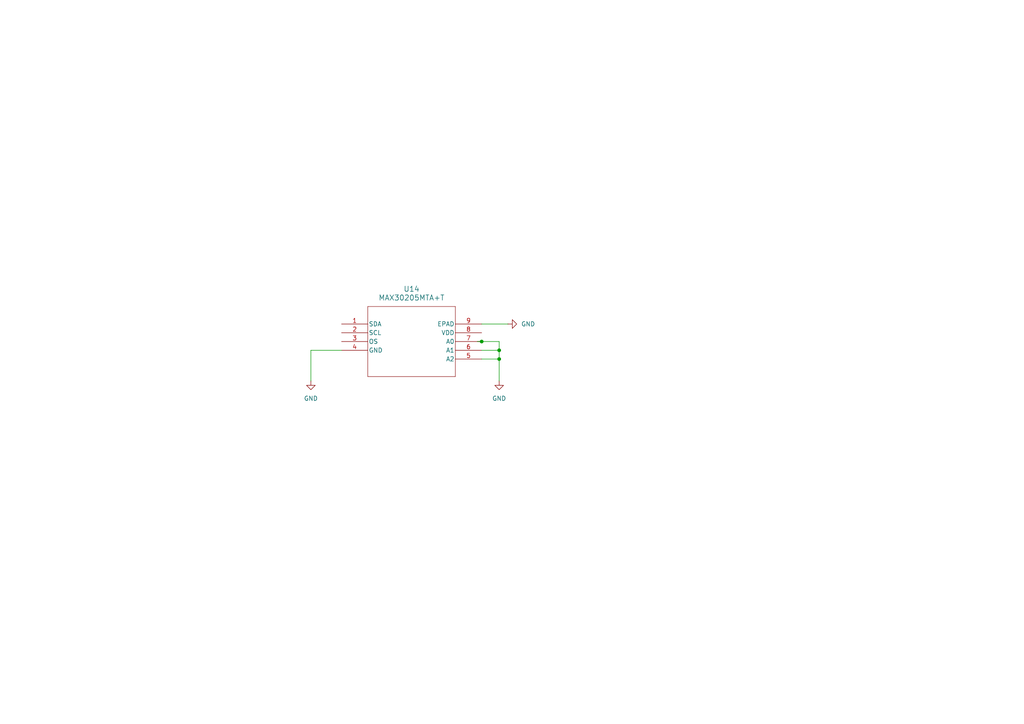
<source format=kicad_sch>
(kicad_sch (version 20250114) (generator "eeschema") (generator_version "9.0")
  (paper "A4")
  (lib_symbols
    (symbol "2025-12-11_18-48-45:MAX30205MTA+T" (pin_names (offset 0.254))
      (property "Reference" "U" (at 20.32 10.16 0))
      (property "Value" "MAX30205MTA+T" (at 20.32 7.62 0))
      (symbol "MAX30205MTA+T_0_1"
        (polyline (pts (xy 7.62 5.08) (xy 7.62 -15.24)) (stroke (width 0.127)))
        (polyline (pts (xy 7.62 -15.24) (xy 33.02 -15.24)) (stroke (width 0.127)))
        (polyline (pts (xy 33.02 5.08) (xy 7.62 5.08)) (stroke (width 0.127)))
        (polyline (pts (xy 33.02 -15.24) (xy 33.02 5.08)) (stroke (width 0.127)))
        (pin unspecified line (at 0 0 0) (length 7.62) (name "SDA") (number "1"))
        (pin unspecified line (at 0 -2.54 0) (length 7.62) (name "SCL") (number "2"))
        (pin unspecified line (at 0 -5.08 0) (length 7.62) (name "OS") (number "3"))
        (pin power_out line (at 0 -7.62 0) (length 7.62) (name "GND") (number "4"))
        (pin unspecified line (at 40.64 0 180) (length 7.62) (name "EPAD") (number "9"))
        (pin power_in line (at 40.64 -2.54 180) (length 7.62) (name "VDD") (number "8"))
        (pin bidirectional line (at 40.64 -5.08 180) (length 7.62) (name "A0") (number "7"))
        (pin bidirectional line (at 40.64 -7.62 180) (length 7.62) (name "A1") (number "6"))
        (pin bidirectional line (at 40.64 -10.16 180) (length 7.62) (name "A2") (number "5"))
      )
    )
    (symbol "power:GND" (power) (pin_numbers (hide yes)) (pin_names (offset 0) (hide yes))
      (property "Value" "GND" (at 0 -3.81 0))
      (symbol "GND_0_1"
        (polyline (pts (xy 0 0) (xy 0 -1.27) (xy 1.27 -1.27) (xy 0 -2.54) (xy -1.27 -1.27) (xy 0 -1.27)))
      )
      (symbol "GND_1_1"
        (pin power_in line (at 0 0 270) (length 0) (name "~") (number "1"))
      )
    )
  )
  (junction (at 144.78 101.6))
  (junction (at 144.78 104.14))
  (junction (at 139.7 99.06))
  (wire (pts (xy 90.17 101.6) (xy 90.17 110.49)))
  (wire (pts (xy 139.7 101.6) (xy 144.78 101.6)))
  (wire (pts (xy 144.78 104.14) (xy 144.78 110.49)))
  (wire (pts (xy 99.06 101.6) (xy 90.17 101.6)))
  (wire (pts (xy 139.7 104.14) (xy 144.78 104.14)))
  (wire (pts (xy 144.78 101.6) (xy 144.78 104.14)))
  (wire (pts (xy 138.43 99.06) (xy 139.7 99.06)))
  (wire (pts (xy 139.7 93.98) (xy 147.32 93.98)))
  (wire (pts (xy 144.78 99.06) (xy 144.78 101.6)))
  (wire (pts (xy 139.7 99.06) (xy 144.78 99.06)))
  (symbol (lib_id "2025-12-11_18-48-45:MAX30205MTA+T") (at 99.06 93.98 0) (unit 1)
    (property "Reference" "U14" (at 119.38 83.82 0) (effects (font (size 1.524 1.524))))
    (property "Value" "MAX30205MTA+T" (at 119.38 86.36 0) (effects (font (size 1.524 1.524))))
    (property "Footprint" "21-0137_T833+2_MXM" (effects (hide yes)))
    (property "Datasheet" "MAX30205MTA+T" (effects (hide yes)))
  )
  (symbol (lib_id "power:GND") (at 147.32 93.98 90) (unit 1)
    (property "Reference" "#PWR072" (effects (hide yes)))
    (property "Value" "GND" (at 151.13 93.9799 90) (effects (justify right)))
    (property "Description" "Power symbol creates a global label with name \"GND\" , ground" (effects (hide yes)))
  )
  (symbol (lib_id "power:GND") (at 90.17 110.49 0) (unit 1)
    (property "Reference" "#PWR071" (effects (hide yes)))
    (property "Value" "GND" (at 90.17 115.57 0))
    (property "Description" "Power symbol creates a global label with name \"GND\" , ground" (effects (hide yes)))
  )
  (symbol (lib_id "power:GND") (at 144.78 110.49 0) (unit 1)
    (property "Reference" "#PWR070" (effects (hide yes)))
    (property "Value" "GND" (at 144.78 115.57 0))
    (property "Description" "Power symbol creates a global label with name \"GND\" , ground" (effects (hide yes)))
  )
)
</source>
